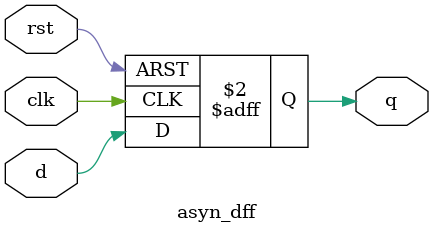
<source format=v>
module asyn_dff (
  clk,
  rst,
  d,
  q
);

  input    clk;
  input    rst;
  input    d;
  output   q;

  reg      q;

  always @( posedge clk or posedge rst ) begin
    if ( rst ) begin
      q <= 1'b0;
    end
    else begin
      q <= d;
    end
  end

endmodule


</source>
